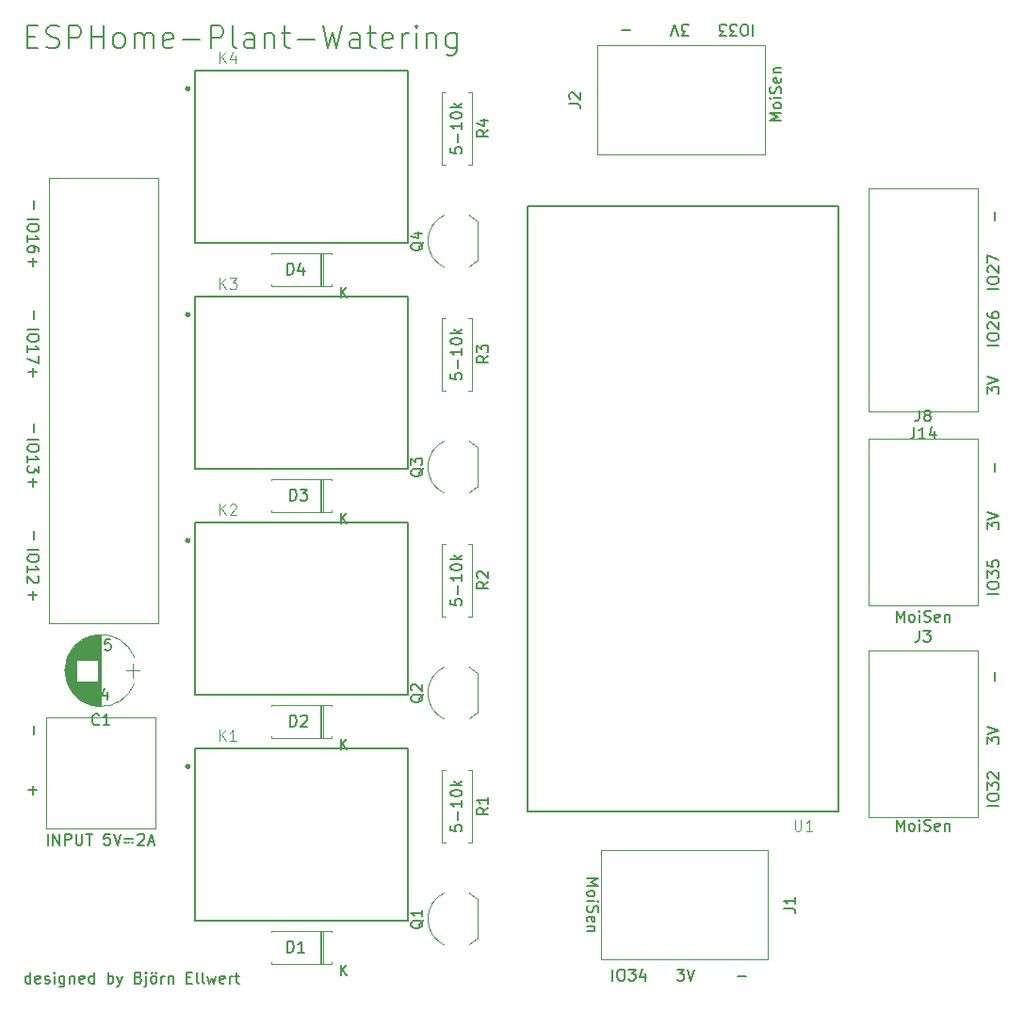
<source format=gbr>
%TF.GenerationSoftware,KiCad,Pcbnew,(5.1.7)-1*%
%TF.CreationDate,2021-01-27T22:35:06+01:00*%
%TF.ProjectId,plant-watering,706c616e-742d-4776-9174-6572696e672e,rev?*%
%TF.SameCoordinates,Original*%
%TF.FileFunction,Legend,Top*%
%TF.FilePolarity,Positive*%
%FSLAX46Y46*%
G04 Gerber Fmt 4.6, Leading zero omitted, Abs format (unit mm)*
G04 Created by KiCad (PCBNEW (5.1.7)-1) date 2021-01-27 22:35:06*
%MOMM*%
%LPD*%
G01*
G04 APERTURE LIST*
%ADD10C,0.150000*%
%ADD11C,0.120000*%
%ADD12C,0.127000*%
%ADD13C,0.300000*%
%ADD14C,0.015000*%
G04 APERTURE END LIST*
D10*
X84637619Y-51101809D02*
X85637619Y-51101809D01*
X85637619Y-51768476D02*
X85637619Y-51958952D01*
X85590000Y-52054190D01*
X85494761Y-52149428D01*
X85304285Y-52197047D01*
X84970952Y-52197047D01*
X84780476Y-52149428D01*
X84685238Y-52054190D01*
X84637619Y-51958952D01*
X84637619Y-51768476D01*
X84685238Y-51673238D01*
X84780476Y-51578000D01*
X84970952Y-51530380D01*
X85304285Y-51530380D01*
X85494761Y-51578000D01*
X85590000Y-51673238D01*
X85637619Y-51768476D01*
X84637619Y-53149428D02*
X84637619Y-52578000D01*
X84637619Y-52863714D02*
X85637619Y-52863714D01*
X85494761Y-52768476D01*
X85399523Y-52673238D01*
X85351904Y-52578000D01*
X85637619Y-53482761D02*
X85637619Y-54149428D01*
X84637619Y-53720857D01*
X84637619Y-41195809D02*
X85637619Y-41195809D01*
X85637619Y-41862476D02*
X85637619Y-42052952D01*
X85590000Y-42148190D01*
X85494761Y-42243428D01*
X85304285Y-42291047D01*
X84970952Y-42291047D01*
X84780476Y-42243428D01*
X84685238Y-42148190D01*
X84637619Y-42052952D01*
X84637619Y-41862476D01*
X84685238Y-41767238D01*
X84780476Y-41672000D01*
X84970952Y-41624380D01*
X85304285Y-41624380D01*
X85494761Y-41672000D01*
X85590000Y-41767238D01*
X85637619Y-41862476D01*
X84637619Y-43243428D02*
X84637619Y-42672000D01*
X84637619Y-42957714D02*
X85637619Y-42957714D01*
X85494761Y-42862476D01*
X85399523Y-42767238D01*
X85351904Y-42672000D01*
X85637619Y-44100571D02*
X85637619Y-43910095D01*
X85590000Y-43814857D01*
X85542380Y-43767238D01*
X85399523Y-43672000D01*
X85209047Y-43624380D01*
X84828095Y-43624380D01*
X84732857Y-43672000D01*
X84685238Y-43719619D01*
X84637619Y-43814857D01*
X84637619Y-44005333D01*
X84685238Y-44100571D01*
X84732857Y-44148190D01*
X84828095Y-44195809D01*
X85066190Y-44195809D01*
X85161428Y-44148190D01*
X85209047Y-44100571D01*
X85256666Y-44005333D01*
X85256666Y-43814857D01*
X85209047Y-43719619D01*
X85161428Y-43672000D01*
X85066190Y-43624380D01*
X84637619Y-61007809D02*
X85637619Y-61007809D01*
X85637619Y-61674476D02*
X85637619Y-61864952D01*
X85590000Y-61960190D01*
X85494761Y-62055428D01*
X85304285Y-62103047D01*
X84970952Y-62103047D01*
X84780476Y-62055428D01*
X84685238Y-61960190D01*
X84637619Y-61864952D01*
X84637619Y-61674476D01*
X84685238Y-61579238D01*
X84780476Y-61484000D01*
X84970952Y-61436380D01*
X85304285Y-61436380D01*
X85494761Y-61484000D01*
X85590000Y-61579238D01*
X85637619Y-61674476D01*
X84637619Y-63055428D02*
X84637619Y-62484000D01*
X84637619Y-62769714D02*
X85637619Y-62769714D01*
X85494761Y-62674476D01*
X85399523Y-62579238D01*
X85351904Y-62484000D01*
X85637619Y-63388761D02*
X85637619Y-64007809D01*
X85256666Y-63674476D01*
X85256666Y-63817333D01*
X85209047Y-63912571D01*
X85161428Y-63960190D01*
X85066190Y-64007809D01*
X84828095Y-64007809D01*
X84732857Y-63960190D01*
X84685238Y-63912571D01*
X84637619Y-63817333D01*
X84637619Y-63531619D01*
X84685238Y-63436380D01*
X84732857Y-63388761D01*
X84637619Y-70913809D02*
X85637619Y-70913809D01*
X85637619Y-71580476D02*
X85637619Y-71770952D01*
X85590000Y-71866190D01*
X85494761Y-71961428D01*
X85304285Y-72009047D01*
X84970952Y-72009047D01*
X84780476Y-71961428D01*
X84685238Y-71866190D01*
X84637619Y-71770952D01*
X84637619Y-71580476D01*
X84685238Y-71485238D01*
X84780476Y-71390000D01*
X84970952Y-71342380D01*
X85304285Y-71342380D01*
X85494761Y-71390000D01*
X85590000Y-71485238D01*
X85637619Y-71580476D01*
X84637619Y-72961428D02*
X84637619Y-72390000D01*
X84637619Y-72675714D02*
X85637619Y-72675714D01*
X85494761Y-72580476D01*
X85399523Y-72485238D01*
X85351904Y-72390000D01*
X85542380Y-73342380D02*
X85590000Y-73390000D01*
X85637619Y-73485238D01*
X85637619Y-73723333D01*
X85590000Y-73818571D01*
X85542380Y-73866190D01*
X85447142Y-73913809D01*
X85351904Y-73913809D01*
X85209047Y-73866190D01*
X84637619Y-73294761D01*
X84637619Y-73913809D01*
X84884761Y-109926380D02*
X84884761Y-108926380D01*
X84884761Y-109878761D02*
X84789523Y-109926380D01*
X84599047Y-109926380D01*
X84503809Y-109878761D01*
X84456190Y-109831142D01*
X84408571Y-109735904D01*
X84408571Y-109450190D01*
X84456190Y-109354952D01*
X84503809Y-109307333D01*
X84599047Y-109259714D01*
X84789523Y-109259714D01*
X84884761Y-109307333D01*
X85741904Y-109878761D02*
X85646666Y-109926380D01*
X85456190Y-109926380D01*
X85360952Y-109878761D01*
X85313333Y-109783523D01*
X85313333Y-109402571D01*
X85360952Y-109307333D01*
X85456190Y-109259714D01*
X85646666Y-109259714D01*
X85741904Y-109307333D01*
X85789523Y-109402571D01*
X85789523Y-109497809D01*
X85313333Y-109593047D01*
X86170476Y-109878761D02*
X86265714Y-109926380D01*
X86456190Y-109926380D01*
X86551428Y-109878761D01*
X86599047Y-109783523D01*
X86599047Y-109735904D01*
X86551428Y-109640666D01*
X86456190Y-109593047D01*
X86313333Y-109593047D01*
X86218095Y-109545428D01*
X86170476Y-109450190D01*
X86170476Y-109402571D01*
X86218095Y-109307333D01*
X86313333Y-109259714D01*
X86456190Y-109259714D01*
X86551428Y-109307333D01*
X87027619Y-109926380D02*
X87027619Y-109259714D01*
X87027619Y-108926380D02*
X86980000Y-108974000D01*
X87027619Y-109021619D01*
X87075238Y-108974000D01*
X87027619Y-108926380D01*
X87027619Y-109021619D01*
X87932380Y-109259714D02*
X87932380Y-110069238D01*
X87884761Y-110164476D01*
X87837142Y-110212095D01*
X87741904Y-110259714D01*
X87599047Y-110259714D01*
X87503809Y-110212095D01*
X87932380Y-109878761D02*
X87837142Y-109926380D01*
X87646666Y-109926380D01*
X87551428Y-109878761D01*
X87503809Y-109831142D01*
X87456190Y-109735904D01*
X87456190Y-109450190D01*
X87503809Y-109354952D01*
X87551428Y-109307333D01*
X87646666Y-109259714D01*
X87837142Y-109259714D01*
X87932380Y-109307333D01*
X88408571Y-109259714D02*
X88408571Y-109926380D01*
X88408571Y-109354952D02*
X88456190Y-109307333D01*
X88551428Y-109259714D01*
X88694285Y-109259714D01*
X88789523Y-109307333D01*
X88837142Y-109402571D01*
X88837142Y-109926380D01*
X89694285Y-109878761D02*
X89599047Y-109926380D01*
X89408571Y-109926380D01*
X89313333Y-109878761D01*
X89265714Y-109783523D01*
X89265714Y-109402571D01*
X89313333Y-109307333D01*
X89408571Y-109259714D01*
X89599047Y-109259714D01*
X89694285Y-109307333D01*
X89741904Y-109402571D01*
X89741904Y-109497809D01*
X89265714Y-109593047D01*
X90599047Y-109926380D02*
X90599047Y-108926380D01*
X90599047Y-109878761D02*
X90503809Y-109926380D01*
X90313333Y-109926380D01*
X90218095Y-109878761D01*
X90170476Y-109831142D01*
X90122857Y-109735904D01*
X90122857Y-109450190D01*
X90170476Y-109354952D01*
X90218095Y-109307333D01*
X90313333Y-109259714D01*
X90503809Y-109259714D01*
X90599047Y-109307333D01*
X91837142Y-109926380D02*
X91837142Y-108926380D01*
X91837142Y-109307333D02*
X91932380Y-109259714D01*
X92122857Y-109259714D01*
X92218095Y-109307333D01*
X92265714Y-109354952D01*
X92313333Y-109450190D01*
X92313333Y-109735904D01*
X92265714Y-109831142D01*
X92218095Y-109878761D01*
X92122857Y-109926380D01*
X91932380Y-109926380D01*
X91837142Y-109878761D01*
X92646666Y-109259714D02*
X92884761Y-109926380D01*
X93122857Y-109259714D02*
X92884761Y-109926380D01*
X92789523Y-110164476D01*
X92741904Y-110212095D01*
X92646666Y-110259714D01*
X94599047Y-109402571D02*
X94741904Y-109450190D01*
X94789523Y-109497809D01*
X94837142Y-109593047D01*
X94837142Y-109735904D01*
X94789523Y-109831142D01*
X94741904Y-109878761D01*
X94646666Y-109926380D01*
X94265714Y-109926380D01*
X94265714Y-108926380D01*
X94599047Y-108926380D01*
X94694285Y-108974000D01*
X94741904Y-109021619D01*
X94789523Y-109116857D01*
X94789523Y-109212095D01*
X94741904Y-109307333D01*
X94694285Y-109354952D01*
X94599047Y-109402571D01*
X94265714Y-109402571D01*
X95265714Y-109259714D02*
X95265714Y-110116857D01*
X95218095Y-110212095D01*
X95122857Y-110259714D01*
X95075238Y-110259714D01*
X95265714Y-108926380D02*
X95218095Y-108974000D01*
X95265714Y-109021619D01*
X95313333Y-108974000D01*
X95265714Y-108926380D01*
X95265714Y-109021619D01*
X95884761Y-109926380D02*
X95789523Y-109878761D01*
X95741904Y-109831142D01*
X95694285Y-109735904D01*
X95694285Y-109450190D01*
X95741904Y-109354952D01*
X95789523Y-109307333D01*
X95884761Y-109259714D01*
X96027619Y-109259714D01*
X96122857Y-109307333D01*
X96170476Y-109354952D01*
X96218095Y-109450190D01*
X96218095Y-109735904D01*
X96170476Y-109831142D01*
X96122857Y-109878761D01*
X96027619Y-109926380D01*
X95884761Y-109926380D01*
X95789523Y-108926380D02*
X95837142Y-108974000D01*
X95789523Y-109021619D01*
X95741904Y-108974000D01*
X95789523Y-108926380D01*
X95789523Y-109021619D01*
X96170476Y-108926380D02*
X96218095Y-108974000D01*
X96170476Y-109021619D01*
X96122857Y-108974000D01*
X96170476Y-108926380D01*
X96170476Y-109021619D01*
X96646666Y-109926380D02*
X96646666Y-109259714D01*
X96646666Y-109450190D02*
X96694285Y-109354952D01*
X96741904Y-109307333D01*
X96837142Y-109259714D01*
X96932380Y-109259714D01*
X97265714Y-109259714D02*
X97265714Y-109926380D01*
X97265714Y-109354952D02*
X97313333Y-109307333D01*
X97408571Y-109259714D01*
X97551428Y-109259714D01*
X97646666Y-109307333D01*
X97694285Y-109402571D01*
X97694285Y-109926380D01*
X98932380Y-109402571D02*
X99265714Y-109402571D01*
X99408571Y-109926380D02*
X98932380Y-109926380D01*
X98932380Y-108926380D01*
X99408571Y-108926380D01*
X99980000Y-109926380D02*
X99884761Y-109878761D01*
X99837142Y-109783523D01*
X99837142Y-108926380D01*
X100503809Y-109926380D02*
X100408571Y-109878761D01*
X100360952Y-109783523D01*
X100360952Y-108926380D01*
X100789523Y-109259714D02*
X100980000Y-109926380D01*
X101170476Y-109450190D01*
X101360952Y-109926380D01*
X101551428Y-109259714D01*
X102313333Y-109878761D02*
X102218095Y-109926380D01*
X102027619Y-109926380D01*
X101932380Y-109878761D01*
X101884761Y-109783523D01*
X101884761Y-109402571D01*
X101932380Y-109307333D01*
X102027619Y-109259714D01*
X102218095Y-109259714D01*
X102313333Y-109307333D01*
X102360952Y-109402571D01*
X102360952Y-109497809D01*
X101884761Y-109593047D01*
X102789523Y-109926380D02*
X102789523Y-109259714D01*
X102789523Y-109450190D02*
X102837142Y-109354952D01*
X102884761Y-109307333D01*
X102980000Y-109259714D01*
X103075238Y-109259714D01*
X103265714Y-109259714D02*
X103646666Y-109259714D01*
X103408571Y-108926380D02*
X103408571Y-109783523D01*
X103456190Y-109878761D01*
X103551428Y-109926380D01*
X103646666Y-109926380D01*
X84600285Y-24749142D02*
X85266952Y-24749142D01*
X85552666Y-25796761D02*
X84600285Y-25796761D01*
X84600285Y-23796761D01*
X85552666Y-23796761D01*
X86314571Y-25701523D02*
X86600285Y-25796761D01*
X87076476Y-25796761D01*
X87266952Y-25701523D01*
X87362190Y-25606285D01*
X87457428Y-25415809D01*
X87457428Y-25225333D01*
X87362190Y-25034857D01*
X87266952Y-24939619D01*
X87076476Y-24844380D01*
X86695523Y-24749142D01*
X86505047Y-24653904D01*
X86409809Y-24558666D01*
X86314571Y-24368190D01*
X86314571Y-24177714D01*
X86409809Y-23987238D01*
X86505047Y-23892000D01*
X86695523Y-23796761D01*
X87171714Y-23796761D01*
X87457428Y-23892000D01*
X88314571Y-25796761D02*
X88314571Y-23796761D01*
X89076476Y-23796761D01*
X89266952Y-23892000D01*
X89362190Y-23987238D01*
X89457428Y-24177714D01*
X89457428Y-24463428D01*
X89362190Y-24653904D01*
X89266952Y-24749142D01*
X89076476Y-24844380D01*
X88314571Y-24844380D01*
X90314571Y-25796761D02*
X90314571Y-23796761D01*
X90314571Y-24749142D02*
X91457428Y-24749142D01*
X91457428Y-25796761D02*
X91457428Y-23796761D01*
X92695523Y-25796761D02*
X92505047Y-25701523D01*
X92409809Y-25606285D01*
X92314571Y-25415809D01*
X92314571Y-24844380D01*
X92409809Y-24653904D01*
X92505047Y-24558666D01*
X92695523Y-24463428D01*
X92981238Y-24463428D01*
X93171714Y-24558666D01*
X93266952Y-24653904D01*
X93362190Y-24844380D01*
X93362190Y-25415809D01*
X93266952Y-25606285D01*
X93171714Y-25701523D01*
X92981238Y-25796761D01*
X92695523Y-25796761D01*
X94219333Y-25796761D02*
X94219333Y-24463428D01*
X94219333Y-24653904D02*
X94314571Y-24558666D01*
X94505047Y-24463428D01*
X94790761Y-24463428D01*
X94981238Y-24558666D01*
X95076476Y-24749142D01*
X95076476Y-25796761D01*
X95076476Y-24749142D02*
X95171714Y-24558666D01*
X95362190Y-24463428D01*
X95647904Y-24463428D01*
X95838380Y-24558666D01*
X95933619Y-24749142D01*
X95933619Y-25796761D01*
X97647904Y-25701523D02*
X97457428Y-25796761D01*
X97076476Y-25796761D01*
X96886000Y-25701523D01*
X96790761Y-25511047D01*
X96790761Y-24749142D01*
X96886000Y-24558666D01*
X97076476Y-24463428D01*
X97457428Y-24463428D01*
X97647904Y-24558666D01*
X97743142Y-24749142D01*
X97743142Y-24939619D01*
X96790761Y-25130095D01*
X98600285Y-25034857D02*
X100124095Y-25034857D01*
X101076476Y-25796761D02*
X101076476Y-23796761D01*
X101838380Y-23796761D01*
X102028857Y-23892000D01*
X102124095Y-23987238D01*
X102219333Y-24177714D01*
X102219333Y-24463428D01*
X102124095Y-24653904D01*
X102028857Y-24749142D01*
X101838380Y-24844380D01*
X101076476Y-24844380D01*
X103362190Y-25796761D02*
X103171714Y-25701523D01*
X103076476Y-25511047D01*
X103076476Y-23796761D01*
X104981238Y-25796761D02*
X104981238Y-24749142D01*
X104886000Y-24558666D01*
X104695523Y-24463428D01*
X104314571Y-24463428D01*
X104124095Y-24558666D01*
X104981238Y-25701523D02*
X104790761Y-25796761D01*
X104314571Y-25796761D01*
X104124095Y-25701523D01*
X104028857Y-25511047D01*
X104028857Y-25320571D01*
X104124095Y-25130095D01*
X104314571Y-25034857D01*
X104790761Y-25034857D01*
X104981238Y-24939619D01*
X105933619Y-24463428D02*
X105933619Y-25796761D01*
X105933619Y-24653904D02*
X106028857Y-24558666D01*
X106219333Y-24463428D01*
X106505047Y-24463428D01*
X106695523Y-24558666D01*
X106790761Y-24749142D01*
X106790761Y-25796761D01*
X107457428Y-24463428D02*
X108219333Y-24463428D01*
X107743142Y-23796761D02*
X107743142Y-25511047D01*
X107838380Y-25701523D01*
X108028857Y-25796761D01*
X108219333Y-25796761D01*
X108886000Y-25034857D02*
X110409809Y-25034857D01*
X111171714Y-23796761D02*
X111647904Y-25796761D01*
X112028857Y-24368190D01*
X112409809Y-25796761D01*
X112886000Y-23796761D01*
X114505047Y-25796761D02*
X114505047Y-24749142D01*
X114409809Y-24558666D01*
X114219333Y-24463428D01*
X113838380Y-24463428D01*
X113647904Y-24558666D01*
X114505047Y-25701523D02*
X114314571Y-25796761D01*
X113838380Y-25796761D01*
X113647904Y-25701523D01*
X113552666Y-25511047D01*
X113552666Y-25320571D01*
X113647904Y-25130095D01*
X113838380Y-25034857D01*
X114314571Y-25034857D01*
X114505047Y-24939619D01*
X115171714Y-24463428D02*
X115933619Y-24463428D01*
X115457428Y-23796761D02*
X115457428Y-25511047D01*
X115552666Y-25701523D01*
X115743142Y-25796761D01*
X115933619Y-25796761D01*
X117362190Y-25701523D02*
X117171714Y-25796761D01*
X116790761Y-25796761D01*
X116600285Y-25701523D01*
X116505047Y-25511047D01*
X116505047Y-24749142D01*
X116600285Y-24558666D01*
X116790761Y-24463428D01*
X117171714Y-24463428D01*
X117362190Y-24558666D01*
X117457428Y-24749142D01*
X117457428Y-24939619D01*
X116505047Y-25130095D01*
X118314571Y-25796761D02*
X118314571Y-24463428D01*
X118314571Y-24844380D02*
X118409809Y-24653904D01*
X118505047Y-24558666D01*
X118695523Y-24463428D01*
X118886000Y-24463428D01*
X119552666Y-25796761D02*
X119552666Y-24463428D01*
X119552666Y-23796761D02*
X119457428Y-23892000D01*
X119552666Y-23987238D01*
X119647904Y-23892000D01*
X119552666Y-23796761D01*
X119552666Y-23987238D01*
X120505047Y-24463428D02*
X120505047Y-25796761D01*
X120505047Y-24653904D02*
X120600285Y-24558666D01*
X120790761Y-24463428D01*
X121076476Y-24463428D01*
X121266952Y-24558666D01*
X121362190Y-24749142D01*
X121362190Y-25796761D01*
X123171714Y-24463428D02*
X123171714Y-26082476D01*
X123076476Y-26272952D01*
X122981238Y-26368190D01*
X122790761Y-26463428D01*
X122505047Y-26463428D01*
X122314571Y-26368190D01*
X123171714Y-25701523D02*
X122981238Y-25796761D01*
X122600285Y-25796761D01*
X122409809Y-25701523D01*
X122314571Y-25606285D01*
X122219333Y-25415809D01*
X122219333Y-24844380D01*
X122314571Y-24653904D01*
X122409809Y-24558666D01*
X122600285Y-24463428D01*
X122981238Y-24463428D01*
X123171714Y-24558666D01*
X137207809Y-109672380D02*
X137207809Y-108672380D01*
X137874476Y-108672380D02*
X138064952Y-108672380D01*
X138160190Y-108720000D01*
X138255428Y-108815238D01*
X138303047Y-109005714D01*
X138303047Y-109339047D01*
X138255428Y-109529523D01*
X138160190Y-109624761D01*
X138064952Y-109672380D01*
X137874476Y-109672380D01*
X137779238Y-109624761D01*
X137684000Y-109529523D01*
X137636380Y-109339047D01*
X137636380Y-109005714D01*
X137684000Y-108815238D01*
X137779238Y-108720000D01*
X137874476Y-108672380D01*
X138636380Y-108672380D02*
X139255428Y-108672380D01*
X138922095Y-109053333D01*
X139064952Y-109053333D01*
X139160190Y-109100952D01*
X139207809Y-109148571D01*
X139255428Y-109243809D01*
X139255428Y-109481904D01*
X139207809Y-109577142D01*
X139160190Y-109624761D01*
X139064952Y-109672380D01*
X138779238Y-109672380D01*
X138684000Y-109624761D01*
X138636380Y-109577142D01*
X140112571Y-109005714D02*
X140112571Y-109672380D01*
X139874476Y-108624761D02*
X139636380Y-109339047D01*
X140255428Y-109339047D01*
X171902380Y-93932190D02*
X170902380Y-93932190D01*
X170902380Y-93265523D02*
X170902380Y-93075047D01*
X170950000Y-92979809D01*
X171045238Y-92884571D01*
X171235714Y-92836952D01*
X171569047Y-92836952D01*
X171759523Y-92884571D01*
X171854761Y-92979809D01*
X171902380Y-93075047D01*
X171902380Y-93265523D01*
X171854761Y-93360761D01*
X171759523Y-93456000D01*
X171569047Y-93503619D01*
X171235714Y-93503619D01*
X171045238Y-93456000D01*
X170950000Y-93360761D01*
X170902380Y-93265523D01*
X170902380Y-92503619D02*
X170902380Y-91884571D01*
X171283333Y-92217904D01*
X171283333Y-92075047D01*
X171330952Y-91979809D01*
X171378571Y-91932190D01*
X171473809Y-91884571D01*
X171711904Y-91884571D01*
X171807142Y-91932190D01*
X171854761Y-91979809D01*
X171902380Y-92075047D01*
X171902380Y-92360761D01*
X171854761Y-92456000D01*
X171807142Y-92503619D01*
X170997619Y-91503619D02*
X170950000Y-91456000D01*
X170902380Y-91360761D01*
X170902380Y-91122666D01*
X170950000Y-91027428D01*
X170997619Y-90979809D01*
X171092857Y-90932190D01*
X171188095Y-90932190D01*
X171330952Y-90979809D01*
X171902380Y-91551238D01*
X171902380Y-90932190D01*
X171902380Y-74882190D02*
X170902380Y-74882190D01*
X170902380Y-74215523D02*
X170902380Y-74025047D01*
X170950000Y-73929809D01*
X171045238Y-73834571D01*
X171235714Y-73786952D01*
X171569047Y-73786952D01*
X171759523Y-73834571D01*
X171854761Y-73929809D01*
X171902380Y-74025047D01*
X171902380Y-74215523D01*
X171854761Y-74310761D01*
X171759523Y-74406000D01*
X171569047Y-74453619D01*
X171235714Y-74453619D01*
X171045238Y-74406000D01*
X170950000Y-74310761D01*
X170902380Y-74215523D01*
X170902380Y-73453619D02*
X170902380Y-72834571D01*
X171283333Y-73167904D01*
X171283333Y-73025047D01*
X171330952Y-72929809D01*
X171378571Y-72882190D01*
X171473809Y-72834571D01*
X171711904Y-72834571D01*
X171807142Y-72882190D01*
X171854761Y-72929809D01*
X171902380Y-73025047D01*
X171902380Y-73310761D01*
X171854761Y-73406000D01*
X171807142Y-73453619D01*
X170902380Y-71929809D02*
X170902380Y-72406000D01*
X171378571Y-72453619D01*
X171330952Y-72406000D01*
X171283333Y-72310761D01*
X171283333Y-72072666D01*
X171330952Y-71977428D01*
X171378571Y-71929809D01*
X171473809Y-71882190D01*
X171711904Y-71882190D01*
X171807142Y-71929809D01*
X171854761Y-71977428D01*
X171902380Y-72072666D01*
X171902380Y-72310761D01*
X171854761Y-72406000D01*
X171807142Y-72453619D01*
X171902380Y-52530190D02*
X170902380Y-52530190D01*
X170902380Y-51863523D02*
X170902380Y-51673047D01*
X170950000Y-51577809D01*
X171045238Y-51482571D01*
X171235714Y-51434952D01*
X171569047Y-51434952D01*
X171759523Y-51482571D01*
X171854761Y-51577809D01*
X171902380Y-51673047D01*
X171902380Y-51863523D01*
X171854761Y-51958761D01*
X171759523Y-52054000D01*
X171569047Y-52101619D01*
X171235714Y-52101619D01*
X171045238Y-52054000D01*
X170950000Y-51958761D01*
X170902380Y-51863523D01*
X170997619Y-51054000D02*
X170950000Y-51006380D01*
X170902380Y-50911142D01*
X170902380Y-50673047D01*
X170950000Y-50577809D01*
X170997619Y-50530190D01*
X171092857Y-50482571D01*
X171188095Y-50482571D01*
X171330952Y-50530190D01*
X171902380Y-51101619D01*
X171902380Y-50482571D01*
X170902380Y-49625428D02*
X170902380Y-49815904D01*
X170950000Y-49911142D01*
X170997619Y-49958761D01*
X171140476Y-50054000D01*
X171330952Y-50101619D01*
X171711904Y-50101619D01*
X171807142Y-50054000D01*
X171854761Y-50006380D01*
X171902380Y-49911142D01*
X171902380Y-49720666D01*
X171854761Y-49625428D01*
X171807142Y-49577809D01*
X171711904Y-49530190D01*
X171473809Y-49530190D01*
X171378571Y-49577809D01*
X171330952Y-49625428D01*
X171283333Y-49720666D01*
X171283333Y-49911142D01*
X171330952Y-50006380D01*
X171378571Y-50054000D01*
X171473809Y-50101619D01*
X171902380Y-47450190D02*
X170902380Y-47450190D01*
X170902380Y-46783523D02*
X170902380Y-46593047D01*
X170950000Y-46497809D01*
X171045238Y-46402571D01*
X171235714Y-46354952D01*
X171569047Y-46354952D01*
X171759523Y-46402571D01*
X171854761Y-46497809D01*
X171902380Y-46593047D01*
X171902380Y-46783523D01*
X171854761Y-46878761D01*
X171759523Y-46974000D01*
X171569047Y-47021619D01*
X171235714Y-47021619D01*
X171045238Y-46974000D01*
X170950000Y-46878761D01*
X170902380Y-46783523D01*
X170997619Y-45974000D02*
X170950000Y-45926380D01*
X170902380Y-45831142D01*
X170902380Y-45593047D01*
X170950000Y-45497809D01*
X170997619Y-45450190D01*
X171092857Y-45402571D01*
X171188095Y-45402571D01*
X171330952Y-45450190D01*
X171902380Y-46021619D01*
X171902380Y-45402571D01*
X170902380Y-45069238D02*
X170902380Y-44402571D01*
X171902380Y-44831142D01*
X149812190Y-23677619D02*
X149812190Y-24677619D01*
X149145523Y-24677619D02*
X148955047Y-24677619D01*
X148859809Y-24630000D01*
X148764571Y-24534761D01*
X148716952Y-24344285D01*
X148716952Y-24010952D01*
X148764571Y-23820476D01*
X148859809Y-23725238D01*
X148955047Y-23677619D01*
X149145523Y-23677619D01*
X149240761Y-23725238D01*
X149336000Y-23820476D01*
X149383619Y-24010952D01*
X149383619Y-24344285D01*
X149336000Y-24534761D01*
X149240761Y-24630000D01*
X149145523Y-24677619D01*
X148383619Y-24677619D02*
X147764571Y-24677619D01*
X148097904Y-24296666D01*
X147955047Y-24296666D01*
X147859809Y-24249047D01*
X147812190Y-24201428D01*
X147764571Y-24106190D01*
X147764571Y-23868095D01*
X147812190Y-23772857D01*
X147859809Y-23725238D01*
X147955047Y-23677619D01*
X148240761Y-23677619D01*
X148336000Y-23725238D01*
X148383619Y-23772857D01*
X147431238Y-24677619D02*
X146812190Y-24677619D01*
X147145523Y-24296666D01*
X147002666Y-24296666D01*
X146907428Y-24249047D01*
X146859809Y-24201428D01*
X146812190Y-24106190D01*
X146812190Y-23868095D01*
X146859809Y-23772857D01*
X146907428Y-23725238D01*
X147002666Y-23677619D01*
X147288380Y-23677619D01*
X147383619Y-23725238D01*
X147431238Y-23772857D01*
X143002095Y-108672380D02*
X143621142Y-108672380D01*
X143287809Y-109053333D01*
X143430666Y-109053333D01*
X143525904Y-109100952D01*
X143573523Y-109148571D01*
X143621142Y-109243809D01*
X143621142Y-109481904D01*
X143573523Y-109577142D01*
X143525904Y-109624761D01*
X143430666Y-109672380D01*
X143144952Y-109672380D01*
X143049714Y-109624761D01*
X143002095Y-109577142D01*
X143906857Y-108672380D02*
X144240190Y-109672380D01*
X144573523Y-108672380D01*
X170902380Y-88391904D02*
X170902380Y-87772857D01*
X171283333Y-88106190D01*
X171283333Y-87963333D01*
X171330952Y-87868095D01*
X171378571Y-87820476D01*
X171473809Y-87772857D01*
X171711904Y-87772857D01*
X171807142Y-87820476D01*
X171854761Y-87868095D01*
X171902380Y-87963333D01*
X171902380Y-88249047D01*
X171854761Y-88344285D01*
X171807142Y-88391904D01*
X170902380Y-87487142D02*
X171902380Y-87153809D01*
X170902380Y-86820476D01*
X170902380Y-69087904D02*
X170902380Y-68468857D01*
X171283333Y-68802190D01*
X171283333Y-68659333D01*
X171330952Y-68564095D01*
X171378571Y-68516476D01*
X171473809Y-68468857D01*
X171711904Y-68468857D01*
X171807142Y-68516476D01*
X171854761Y-68564095D01*
X171902380Y-68659333D01*
X171902380Y-68945047D01*
X171854761Y-69040285D01*
X171807142Y-69087904D01*
X170902380Y-68183142D02*
X171902380Y-67849809D01*
X170902380Y-67516476D01*
X170902380Y-56895904D02*
X170902380Y-56276857D01*
X171283333Y-56610190D01*
X171283333Y-56467333D01*
X171330952Y-56372095D01*
X171378571Y-56324476D01*
X171473809Y-56276857D01*
X171711904Y-56276857D01*
X171807142Y-56324476D01*
X171854761Y-56372095D01*
X171902380Y-56467333D01*
X171902380Y-56753047D01*
X171854761Y-56848285D01*
X171807142Y-56895904D01*
X170902380Y-55991142D02*
X171902380Y-55657809D01*
X170902380Y-55324476D01*
X144017904Y-24677619D02*
X143398857Y-24677619D01*
X143732190Y-24296666D01*
X143589333Y-24296666D01*
X143494095Y-24249047D01*
X143446476Y-24201428D01*
X143398857Y-24106190D01*
X143398857Y-23868095D01*
X143446476Y-23772857D01*
X143494095Y-23725238D01*
X143589333Y-23677619D01*
X143875047Y-23677619D01*
X143970285Y-23725238D01*
X144017904Y-23772857D01*
X143113142Y-24677619D02*
X142779809Y-23677619D01*
X142446476Y-24677619D01*
X84709047Y-45029428D02*
X85470952Y-45029428D01*
X85090000Y-45410380D02*
X85090000Y-44648476D01*
X84709047Y-54935428D02*
X85470952Y-54935428D01*
X85090000Y-55316380D02*
X85090000Y-54554476D01*
X84709047Y-64841428D02*
X85470952Y-64841428D01*
X85090000Y-65222380D02*
X85090000Y-64460476D01*
X84709047Y-75001428D02*
X85470952Y-75001428D01*
X85090000Y-75382380D02*
X85090000Y-74620476D01*
X84709047Y-92527428D02*
X85470952Y-92527428D01*
X85090000Y-92908380D02*
X85090000Y-92146476D01*
X86447904Y-97480380D02*
X86447904Y-96480380D01*
X86924095Y-97480380D02*
X86924095Y-96480380D01*
X87495523Y-97480380D01*
X87495523Y-96480380D01*
X87971714Y-97480380D02*
X87971714Y-96480380D01*
X88352666Y-96480380D01*
X88447904Y-96528000D01*
X88495523Y-96575619D01*
X88543142Y-96670857D01*
X88543142Y-96813714D01*
X88495523Y-96908952D01*
X88447904Y-96956571D01*
X88352666Y-97004190D01*
X87971714Y-97004190D01*
X88971714Y-96480380D02*
X88971714Y-97289904D01*
X89019333Y-97385142D01*
X89066952Y-97432761D01*
X89162190Y-97480380D01*
X89352666Y-97480380D01*
X89447904Y-97432761D01*
X89495523Y-97385142D01*
X89543142Y-97289904D01*
X89543142Y-96480380D01*
X89876476Y-96480380D02*
X90447904Y-96480380D01*
X90162190Y-97480380D02*
X90162190Y-96480380D01*
X92019333Y-96480380D02*
X91543142Y-96480380D01*
X91495523Y-96956571D01*
X91543142Y-96908952D01*
X91638380Y-96861333D01*
X91876476Y-96861333D01*
X91971714Y-96908952D01*
X92019333Y-96956571D01*
X92066952Y-97051809D01*
X92066952Y-97289904D01*
X92019333Y-97385142D01*
X91971714Y-97432761D01*
X91876476Y-97480380D01*
X91638380Y-97480380D01*
X91543142Y-97432761D01*
X91495523Y-97385142D01*
X92352666Y-96480380D02*
X92686000Y-97480380D01*
X93019333Y-96480380D01*
X93352666Y-97242285D02*
X93447904Y-97242285D01*
X93352666Y-96956571D02*
X94114571Y-96956571D01*
X93686000Y-97242285D02*
X93781238Y-97242285D01*
X94019333Y-97242285D02*
X94114571Y-97242285D01*
X94543142Y-96575619D02*
X94590761Y-96528000D01*
X94686000Y-96480380D01*
X94924095Y-96480380D01*
X95019333Y-96528000D01*
X95066952Y-96575619D01*
X95114571Y-96670857D01*
X95114571Y-96766095D01*
X95066952Y-96908952D01*
X94495523Y-97480380D01*
X95114571Y-97480380D01*
X95495523Y-97194666D02*
X95971714Y-97194666D01*
X95400285Y-97480380D02*
X95733619Y-96480380D01*
X96066952Y-97480380D01*
X85161428Y-87502952D02*
X85161428Y-86741047D01*
X85161428Y-69976952D02*
X85161428Y-69215047D01*
X85161428Y-60324952D02*
X85161428Y-59563047D01*
X85161428Y-50164952D02*
X85161428Y-49403047D01*
X85161428Y-40258952D02*
X85161428Y-39497047D01*
X138049047Y-24201428D02*
X138810952Y-24201428D01*
X148463047Y-109291428D02*
X149224952Y-109291428D01*
X171521428Y-82676952D02*
X171521428Y-81915047D01*
X171521428Y-63880952D02*
X171521428Y-63119047D01*
X171521428Y-41274952D02*
X171521428Y-40513047D01*
X134929619Y-100489047D02*
X135929619Y-100489047D01*
X135215333Y-100822380D01*
X135929619Y-101155714D01*
X134929619Y-101155714D01*
X134929619Y-101774761D02*
X134977238Y-101679523D01*
X135024857Y-101631904D01*
X135120095Y-101584285D01*
X135405809Y-101584285D01*
X135501047Y-101631904D01*
X135548666Y-101679523D01*
X135596285Y-101774761D01*
X135596285Y-101917619D01*
X135548666Y-102012857D01*
X135501047Y-102060476D01*
X135405809Y-102108095D01*
X135120095Y-102108095D01*
X135024857Y-102060476D01*
X134977238Y-102012857D01*
X134929619Y-101917619D01*
X134929619Y-101774761D01*
X134929619Y-102536666D02*
X135596285Y-102536666D01*
X135929619Y-102536666D02*
X135882000Y-102489047D01*
X135834380Y-102536666D01*
X135882000Y-102584285D01*
X135929619Y-102536666D01*
X135834380Y-102536666D01*
X134977238Y-102965238D02*
X134929619Y-103108095D01*
X134929619Y-103346190D01*
X134977238Y-103441428D01*
X135024857Y-103489047D01*
X135120095Y-103536666D01*
X135215333Y-103536666D01*
X135310571Y-103489047D01*
X135358190Y-103441428D01*
X135405809Y-103346190D01*
X135453428Y-103155714D01*
X135501047Y-103060476D01*
X135548666Y-103012857D01*
X135643904Y-102965238D01*
X135739142Y-102965238D01*
X135834380Y-103012857D01*
X135882000Y-103060476D01*
X135929619Y-103155714D01*
X135929619Y-103393809D01*
X135882000Y-103536666D01*
X134977238Y-104346190D02*
X134929619Y-104250952D01*
X134929619Y-104060476D01*
X134977238Y-103965238D01*
X135072476Y-103917619D01*
X135453428Y-103917619D01*
X135548666Y-103965238D01*
X135596285Y-104060476D01*
X135596285Y-104250952D01*
X135548666Y-104346190D01*
X135453428Y-104393809D01*
X135358190Y-104393809D01*
X135262952Y-103917619D01*
X135596285Y-104822380D02*
X134929619Y-104822380D01*
X135501047Y-104822380D02*
X135548666Y-104870000D01*
X135596285Y-104965238D01*
X135596285Y-105108095D01*
X135548666Y-105203333D01*
X135453428Y-105250952D01*
X134929619Y-105250952D01*
X162719047Y-96210380D02*
X162719047Y-95210380D01*
X163052380Y-95924666D01*
X163385714Y-95210380D01*
X163385714Y-96210380D01*
X164004761Y-96210380D02*
X163909523Y-96162761D01*
X163861904Y-96115142D01*
X163814285Y-96019904D01*
X163814285Y-95734190D01*
X163861904Y-95638952D01*
X163909523Y-95591333D01*
X164004761Y-95543714D01*
X164147619Y-95543714D01*
X164242857Y-95591333D01*
X164290476Y-95638952D01*
X164338095Y-95734190D01*
X164338095Y-96019904D01*
X164290476Y-96115142D01*
X164242857Y-96162761D01*
X164147619Y-96210380D01*
X164004761Y-96210380D01*
X164766666Y-96210380D02*
X164766666Y-95543714D01*
X164766666Y-95210380D02*
X164719047Y-95258000D01*
X164766666Y-95305619D01*
X164814285Y-95258000D01*
X164766666Y-95210380D01*
X164766666Y-95305619D01*
X165195238Y-96162761D02*
X165338095Y-96210380D01*
X165576190Y-96210380D01*
X165671428Y-96162761D01*
X165719047Y-96115142D01*
X165766666Y-96019904D01*
X165766666Y-95924666D01*
X165719047Y-95829428D01*
X165671428Y-95781809D01*
X165576190Y-95734190D01*
X165385714Y-95686571D01*
X165290476Y-95638952D01*
X165242857Y-95591333D01*
X165195238Y-95496095D01*
X165195238Y-95400857D01*
X165242857Y-95305619D01*
X165290476Y-95258000D01*
X165385714Y-95210380D01*
X165623809Y-95210380D01*
X165766666Y-95258000D01*
X166576190Y-96162761D02*
X166480952Y-96210380D01*
X166290476Y-96210380D01*
X166195238Y-96162761D01*
X166147619Y-96067523D01*
X166147619Y-95686571D01*
X166195238Y-95591333D01*
X166290476Y-95543714D01*
X166480952Y-95543714D01*
X166576190Y-95591333D01*
X166623809Y-95686571D01*
X166623809Y-95781809D01*
X166147619Y-95877047D01*
X167052380Y-95543714D02*
X167052380Y-96210380D01*
X167052380Y-95638952D02*
X167100000Y-95591333D01*
X167195238Y-95543714D01*
X167338095Y-95543714D01*
X167433333Y-95591333D01*
X167480952Y-95686571D01*
X167480952Y-96210380D01*
X162719047Y-77414380D02*
X162719047Y-76414380D01*
X163052380Y-77128666D01*
X163385714Y-76414380D01*
X163385714Y-77414380D01*
X164004761Y-77414380D02*
X163909523Y-77366761D01*
X163861904Y-77319142D01*
X163814285Y-77223904D01*
X163814285Y-76938190D01*
X163861904Y-76842952D01*
X163909523Y-76795333D01*
X164004761Y-76747714D01*
X164147619Y-76747714D01*
X164242857Y-76795333D01*
X164290476Y-76842952D01*
X164338095Y-76938190D01*
X164338095Y-77223904D01*
X164290476Y-77319142D01*
X164242857Y-77366761D01*
X164147619Y-77414380D01*
X164004761Y-77414380D01*
X164766666Y-77414380D02*
X164766666Y-76747714D01*
X164766666Y-76414380D02*
X164719047Y-76462000D01*
X164766666Y-76509619D01*
X164814285Y-76462000D01*
X164766666Y-76414380D01*
X164766666Y-76509619D01*
X165195238Y-77366761D02*
X165338095Y-77414380D01*
X165576190Y-77414380D01*
X165671428Y-77366761D01*
X165719047Y-77319142D01*
X165766666Y-77223904D01*
X165766666Y-77128666D01*
X165719047Y-77033428D01*
X165671428Y-76985809D01*
X165576190Y-76938190D01*
X165385714Y-76890571D01*
X165290476Y-76842952D01*
X165242857Y-76795333D01*
X165195238Y-76700095D01*
X165195238Y-76604857D01*
X165242857Y-76509619D01*
X165290476Y-76462000D01*
X165385714Y-76414380D01*
X165623809Y-76414380D01*
X165766666Y-76462000D01*
X166576190Y-77366761D02*
X166480952Y-77414380D01*
X166290476Y-77414380D01*
X166195238Y-77366761D01*
X166147619Y-77271523D01*
X166147619Y-76890571D01*
X166195238Y-76795333D01*
X166290476Y-76747714D01*
X166480952Y-76747714D01*
X166576190Y-76795333D01*
X166623809Y-76890571D01*
X166623809Y-76985809D01*
X166147619Y-77081047D01*
X167052380Y-76747714D02*
X167052380Y-77414380D01*
X167052380Y-76842952D02*
X167100000Y-76795333D01*
X167195238Y-76747714D01*
X167338095Y-76747714D01*
X167433333Y-76795333D01*
X167480952Y-76890571D01*
X167480952Y-77414380D01*
X152344380Y-32352952D02*
X151344380Y-32352952D01*
X152058666Y-32019619D01*
X151344380Y-31686285D01*
X152344380Y-31686285D01*
X152344380Y-31067238D02*
X152296761Y-31162476D01*
X152249142Y-31210095D01*
X152153904Y-31257714D01*
X151868190Y-31257714D01*
X151772952Y-31210095D01*
X151725333Y-31162476D01*
X151677714Y-31067238D01*
X151677714Y-30924380D01*
X151725333Y-30829142D01*
X151772952Y-30781523D01*
X151868190Y-30733904D01*
X152153904Y-30733904D01*
X152249142Y-30781523D01*
X152296761Y-30829142D01*
X152344380Y-30924380D01*
X152344380Y-31067238D01*
X152344380Y-30305333D02*
X151677714Y-30305333D01*
X151344380Y-30305333D02*
X151392000Y-30352952D01*
X151439619Y-30305333D01*
X151392000Y-30257714D01*
X151344380Y-30305333D01*
X151439619Y-30305333D01*
X152296761Y-29876761D02*
X152344380Y-29733904D01*
X152344380Y-29495809D01*
X152296761Y-29400571D01*
X152249142Y-29352952D01*
X152153904Y-29305333D01*
X152058666Y-29305333D01*
X151963428Y-29352952D01*
X151915809Y-29400571D01*
X151868190Y-29495809D01*
X151820571Y-29686285D01*
X151772952Y-29781523D01*
X151725333Y-29829142D01*
X151630095Y-29876761D01*
X151534857Y-29876761D01*
X151439619Y-29829142D01*
X151392000Y-29781523D01*
X151344380Y-29686285D01*
X151344380Y-29448190D01*
X151392000Y-29305333D01*
X152296761Y-28495809D02*
X152344380Y-28591047D01*
X152344380Y-28781523D01*
X152296761Y-28876761D01*
X152201523Y-28924380D01*
X151820571Y-28924380D01*
X151725333Y-28876761D01*
X151677714Y-28781523D01*
X151677714Y-28591047D01*
X151725333Y-28495809D01*
X151820571Y-28448190D01*
X151915809Y-28448190D01*
X152011047Y-28924380D01*
X151677714Y-28019619D02*
X152344380Y-28019619D01*
X151772952Y-28019619D02*
X151725333Y-27972000D01*
X151677714Y-27876761D01*
X151677714Y-27733904D01*
X151725333Y-27638666D01*
X151820571Y-27591047D01*
X152344380Y-27591047D01*
X122642380Y-34758095D02*
X122642380Y-35234285D01*
X123118571Y-35281904D01*
X123070952Y-35234285D01*
X123023333Y-35139047D01*
X123023333Y-34900952D01*
X123070952Y-34805714D01*
X123118571Y-34758095D01*
X123213809Y-34710476D01*
X123451904Y-34710476D01*
X123547142Y-34758095D01*
X123594761Y-34805714D01*
X123642380Y-34900952D01*
X123642380Y-35139047D01*
X123594761Y-35234285D01*
X123547142Y-35281904D01*
X123261428Y-34281904D02*
X123261428Y-33520000D01*
X123642380Y-32520000D02*
X123642380Y-33091428D01*
X123642380Y-32805714D02*
X122642380Y-32805714D01*
X122785238Y-32900952D01*
X122880476Y-32996190D01*
X122928095Y-33091428D01*
X122642380Y-31900952D02*
X122642380Y-31805714D01*
X122690000Y-31710476D01*
X122737619Y-31662857D01*
X122832857Y-31615238D01*
X123023333Y-31567619D01*
X123261428Y-31567619D01*
X123451904Y-31615238D01*
X123547142Y-31662857D01*
X123594761Y-31710476D01*
X123642380Y-31805714D01*
X123642380Y-31900952D01*
X123594761Y-31996190D01*
X123547142Y-32043809D01*
X123451904Y-32091428D01*
X123261428Y-32139047D01*
X123023333Y-32139047D01*
X122832857Y-32091428D01*
X122737619Y-32043809D01*
X122690000Y-31996190D01*
X122642380Y-31900952D01*
X123642380Y-31139047D02*
X122642380Y-31139047D01*
X123261428Y-31043809D02*
X123642380Y-30758095D01*
X122975714Y-30758095D02*
X123356666Y-31139047D01*
X122642380Y-55078095D02*
X122642380Y-55554285D01*
X123118571Y-55601904D01*
X123070952Y-55554285D01*
X123023333Y-55459047D01*
X123023333Y-55220952D01*
X123070952Y-55125714D01*
X123118571Y-55078095D01*
X123213809Y-55030476D01*
X123451904Y-55030476D01*
X123547142Y-55078095D01*
X123594761Y-55125714D01*
X123642380Y-55220952D01*
X123642380Y-55459047D01*
X123594761Y-55554285D01*
X123547142Y-55601904D01*
X123261428Y-54601904D02*
X123261428Y-53840000D01*
X123642380Y-52840000D02*
X123642380Y-53411428D01*
X123642380Y-53125714D02*
X122642380Y-53125714D01*
X122785238Y-53220952D01*
X122880476Y-53316190D01*
X122928095Y-53411428D01*
X122642380Y-52220952D02*
X122642380Y-52125714D01*
X122690000Y-52030476D01*
X122737619Y-51982857D01*
X122832857Y-51935238D01*
X123023333Y-51887619D01*
X123261428Y-51887619D01*
X123451904Y-51935238D01*
X123547142Y-51982857D01*
X123594761Y-52030476D01*
X123642380Y-52125714D01*
X123642380Y-52220952D01*
X123594761Y-52316190D01*
X123547142Y-52363809D01*
X123451904Y-52411428D01*
X123261428Y-52459047D01*
X123023333Y-52459047D01*
X122832857Y-52411428D01*
X122737619Y-52363809D01*
X122690000Y-52316190D01*
X122642380Y-52220952D01*
X123642380Y-51459047D02*
X122642380Y-51459047D01*
X123261428Y-51363809D02*
X123642380Y-51078095D01*
X122975714Y-51078095D02*
X123356666Y-51459047D01*
X122642380Y-75398095D02*
X122642380Y-75874285D01*
X123118571Y-75921904D01*
X123070952Y-75874285D01*
X123023333Y-75779047D01*
X123023333Y-75540952D01*
X123070952Y-75445714D01*
X123118571Y-75398095D01*
X123213809Y-75350476D01*
X123451904Y-75350476D01*
X123547142Y-75398095D01*
X123594761Y-75445714D01*
X123642380Y-75540952D01*
X123642380Y-75779047D01*
X123594761Y-75874285D01*
X123547142Y-75921904D01*
X123261428Y-74921904D02*
X123261428Y-74160000D01*
X123642380Y-73160000D02*
X123642380Y-73731428D01*
X123642380Y-73445714D02*
X122642380Y-73445714D01*
X122785238Y-73540952D01*
X122880476Y-73636190D01*
X122928095Y-73731428D01*
X122642380Y-72540952D02*
X122642380Y-72445714D01*
X122690000Y-72350476D01*
X122737619Y-72302857D01*
X122832857Y-72255238D01*
X123023333Y-72207619D01*
X123261428Y-72207619D01*
X123451904Y-72255238D01*
X123547142Y-72302857D01*
X123594761Y-72350476D01*
X123642380Y-72445714D01*
X123642380Y-72540952D01*
X123594761Y-72636190D01*
X123547142Y-72683809D01*
X123451904Y-72731428D01*
X123261428Y-72779047D01*
X123023333Y-72779047D01*
X122832857Y-72731428D01*
X122737619Y-72683809D01*
X122690000Y-72636190D01*
X122642380Y-72540952D01*
X123642380Y-71779047D02*
X122642380Y-71779047D01*
X123261428Y-71683809D02*
X123642380Y-71398095D01*
X122975714Y-71398095D02*
X123356666Y-71779047D01*
X122642380Y-95718095D02*
X122642380Y-96194285D01*
X123118571Y-96241904D01*
X123070952Y-96194285D01*
X123023333Y-96099047D01*
X123023333Y-95860952D01*
X123070952Y-95765714D01*
X123118571Y-95718095D01*
X123213809Y-95670476D01*
X123451904Y-95670476D01*
X123547142Y-95718095D01*
X123594761Y-95765714D01*
X123642380Y-95860952D01*
X123642380Y-96099047D01*
X123594761Y-96194285D01*
X123547142Y-96241904D01*
X123261428Y-95241904D02*
X123261428Y-94480000D01*
X123642380Y-93480000D02*
X123642380Y-94051428D01*
X123642380Y-93765714D02*
X122642380Y-93765714D01*
X122785238Y-93860952D01*
X122880476Y-93956190D01*
X122928095Y-94051428D01*
X122642380Y-92860952D02*
X122642380Y-92765714D01*
X122690000Y-92670476D01*
X122737619Y-92622857D01*
X122832857Y-92575238D01*
X123023333Y-92527619D01*
X123261428Y-92527619D01*
X123451904Y-92575238D01*
X123547142Y-92622857D01*
X123594761Y-92670476D01*
X123642380Y-92765714D01*
X123642380Y-92860952D01*
X123594761Y-92956190D01*
X123547142Y-93003809D01*
X123451904Y-93051428D01*
X123261428Y-93099047D01*
X123023333Y-93099047D01*
X122832857Y-93051428D01*
X122737619Y-93003809D01*
X122690000Y-92956190D01*
X122642380Y-92860952D01*
X123642380Y-92099047D02*
X122642380Y-92099047D01*
X123261428Y-92003809D02*
X123642380Y-91718095D01*
X122975714Y-91718095D02*
X123356666Y-92099047D01*
D11*
%TO.C,D4*%
X111940000Y-47060000D02*
X111940000Y-47190000D01*
X111940000Y-47190000D02*
X106500000Y-47190000D01*
X106500000Y-47190000D02*
X106500000Y-47060000D01*
X111940000Y-44380000D02*
X111940000Y-44250000D01*
X111940000Y-44250000D02*
X106500000Y-44250000D01*
X106500000Y-44250000D02*
X106500000Y-44380000D01*
X111040000Y-47190000D02*
X111040000Y-44250000D01*
X110920000Y-47190000D02*
X110920000Y-44250000D01*
X111160000Y-47190000D02*
X111160000Y-44250000D01*
%TO.C,C1*%
X94056000Y-82438000D02*
X94056000Y-81138000D01*
X94656000Y-81788000D02*
X93456000Y-81788000D01*
X88005000Y-82256000D02*
X88005000Y-81320000D01*
X88045000Y-82464000D02*
X88045000Y-81112000D01*
X88085000Y-82622000D02*
X88085000Y-80954000D01*
X88125000Y-82754000D02*
X88125000Y-80822000D01*
X88165000Y-82869000D02*
X88165000Y-80707000D01*
X88205000Y-82972000D02*
X88205000Y-80604000D01*
X88245000Y-83066000D02*
X88245000Y-80510000D01*
X88285000Y-83152000D02*
X88285000Y-80424000D01*
X88325000Y-83233000D02*
X88325000Y-80343000D01*
X88365000Y-83308000D02*
X88365000Y-80268000D01*
X88405000Y-83379000D02*
X88405000Y-80197000D01*
X88445000Y-83446000D02*
X88445000Y-80130000D01*
X88485000Y-83509000D02*
X88485000Y-80067000D01*
X88525000Y-83569000D02*
X88525000Y-80007000D01*
X88565000Y-83627000D02*
X88565000Y-79949000D01*
X88605000Y-83682000D02*
X88605000Y-79894000D01*
X88645000Y-83734000D02*
X88645000Y-79842000D01*
X88685000Y-83785000D02*
X88685000Y-79791000D01*
X88725000Y-83833000D02*
X88725000Y-79743000D01*
X88765000Y-83880000D02*
X88765000Y-79696000D01*
X88805000Y-83925000D02*
X88805000Y-79651000D01*
X88845000Y-83968000D02*
X88845000Y-79608000D01*
X88885000Y-84010000D02*
X88885000Y-79566000D01*
X88925000Y-84050000D02*
X88925000Y-79526000D01*
X88965000Y-84089000D02*
X88965000Y-79487000D01*
X89005000Y-80808000D02*
X89005000Y-79449000D01*
X89005000Y-84127000D02*
X89005000Y-82768000D01*
X89045000Y-80808000D02*
X89045000Y-79413000D01*
X89045000Y-84163000D02*
X89045000Y-82768000D01*
X89085000Y-80808000D02*
X89085000Y-79377000D01*
X89085000Y-84199000D02*
X89085000Y-82768000D01*
X89125000Y-80808000D02*
X89125000Y-79343000D01*
X89125000Y-84233000D02*
X89125000Y-82768000D01*
X89165000Y-80808000D02*
X89165000Y-79310000D01*
X89165000Y-84266000D02*
X89165000Y-82768000D01*
X89205000Y-80808000D02*
X89205000Y-79278000D01*
X89205000Y-84298000D02*
X89205000Y-82768000D01*
X89245000Y-80808000D02*
X89245000Y-79248000D01*
X89245000Y-84328000D02*
X89245000Y-82768000D01*
X89285000Y-80808000D02*
X89285000Y-79218000D01*
X89285000Y-84358000D02*
X89285000Y-82768000D01*
X89325000Y-80808000D02*
X89325000Y-79189000D01*
X89325000Y-84387000D02*
X89325000Y-82768000D01*
X89365000Y-80808000D02*
X89365000Y-79161000D01*
X89365000Y-84415000D02*
X89365000Y-82768000D01*
X89405000Y-80808000D02*
X89405000Y-79134000D01*
X89405000Y-84442000D02*
X89405000Y-82768000D01*
X89445000Y-80808000D02*
X89445000Y-79107000D01*
X89445000Y-84469000D02*
X89445000Y-82768000D01*
X89485000Y-80808000D02*
X89485000Y-79082000D01*
X89485000Y-84494000D02*
X89485000Y-82768000D01*
X89525000Y-80808000D02*
X89525000Y-79057000D01*
X89525000Y-84519000D02*
X89525000Y-82768000D01*
X89565000Y-80808000D02*
X89565000Y-79033000D01*
X89565000Y-84543000D02*
X89565000Y-82768000D01*
X89605000Y-80808000D02*
X89605000Y-79010000D01*
X89605000Y-84566000D02*
X89605000Y-82768000D01*
X89645000Y-80808000D02*
X89645000Y-78988000D01*
X89645000Y-84588000D02*
X89645000Y-82768000D01*
X89685000Y-80808000D02*
X89685000Y-78966000D01*
X89685000Y-84610000D02*
X89685000Y-82768000D01*
X89725000Y-80808000D02*
X89725000Y-78945000D01*
X89725000Y-84631000D02*
X89725000Y-82768000D01*
X89765000Y-80808000D02*
X89765000Y-78925000D01*
X89765000Y-84651000D02*
X89765000Y-82768000D01*
X89805000Y-80808000D02*
X89805000Y-78906000D01*
X89805000Y-84670000D02*
X89805000Y-82768000D01*
X89845000Y-80808000D02*
X89845000Y-78887000D01*
X89845000Y-84689000D02*
X89845000Y-82768000D01*
X89885000Y-80808000D02*
X89885000Y-78869000D01*
X89885000Y-84707000D02*
X89885000Y-82768000D01*
X89925000Y-80808000D02*
X89925000Y-78851000D01*
X89925000Y-84725000D02*
X89925000Y-82768000D01*
X89965000Y-80808000D02*
X89965000Y-78834000D01*
X89965000Y-84742000D02*
X89965000Y-82768000D01*
X90005000Y-80808000D02*
X90005000Y-78818000D01*
X90005000Y-84758000D02*
X90005000Y-82768000D01*
X90045000Y-80808000D02*
X90045000Y-78802000D01*
X90045000Y-84774000D02*
X90045000Y-82768000D01*
X90085000Y-80808000D02*
X90085000Y-78787000D01*
X90085000Y-84789000D02*
X90085000Y-82768000D01*
X90125000Y-80808000D02*
X90125000Y-78773000D01*
X90125000Y-84803000D02*
X90125000Y-82768000D01*
X90165000Y-80808000D02*
X90165000Y-78759000D01*
X90165000Y-84817000D02*
X90165000Y-82768000D01*
X90205000Y-80808000D02*
X90205000Y-78746000D01*
X90205000Y-84830000D02*
X90205000Y-82768000D01*
X90245000Y-80808000D02*
X90245000Y-78733000D01*
X90245000Y-84843000D02*
X90245000Y-82768000D01*
X90285000Y-80808000D02*
X90285000Y-78721000D01*
X90285000Y-84855000D02*
X90285000Y-82768000D01*
X90325000Y-80808000D02*
X90325000Y-78709000D01*
X90325000Y-84867000D02*
X90325000Y-82768000D01*
X90365000Y-80808000D02*
X90365000Y-78698000D01*
X90365000Y-84878000D02*
X90365000Y-82768000D01*
X90405000Y-80808000D02*
X90405000Y-78688000D01*
X90405000Y-84888000D02*
X90405000Y-82768000D01*
X90445000Y-80808000D02*
X90445000Y-78678000D01*
X90445000Y-84898000D02*
X90445000Y-82768000D01*
X90485000Y-80808000D02*
X90485000Y-78669000D01*
X90485000Y-84907000D02*
X90485000Y-82768000D01*
X90526000Y-80808000D02*
X90526000Y-78660000D01*
X90526000Y-84916000D02*
X90526000Y-82768000D01*
X90566000Y-80808000D02*
X90566000Y-78651000D01*
X90566000Y-84925000D02*
X90566000Y-82768000D01*
X90606000Y-80808000D02*
X90606000Y-78644000D01*
X90606000Y-84932000D02*
X90606000Y-82768000D01*
X90646000Y-80808000D02*
X90646000Y-78636000D01*
X90646000Y-84940000D02*
X90646000Y-82768000D01*
X90686000Y-80808000D02*
X90686000Y-78630000D01*
X90686000Y-84946000D02*
X90686000Y-82768000D01*
X90726000Y-80808000D02*
X90726000Y-78623000D01*
X90726000Y-84953000D02*
X90726000Y-82768000D01*
X90766000Y-80808000D02*
X90766000Y-78618000D01*
X90766000Y-84958000D02*
X90766000Y-82768000D01*
X90806000Y-80808000D02*
X90806000Y-78612000D01*
X90806000Y-84964000D02*
X90806000Y-82768000D01*
X90846000Y-80808000D02*
X90846000Y-78608000D01*
X90846000Y-84968000D02*
X90846000Y-82768000D01*
X90886000Y-80808000D02*
X90886000Y-78603000D01*
X90886000Y-84973000D02*
X90886000Y-82768000D01*
X90926000Y-80808000D02*
X90926000Y-78600000D01*
X90926000Y-84976000D02*
X90926000Y-82768000D01*
X90966000Y-84980000D02*
X90966000Y-78596000D01*
X91006000Y-84982000D02*
X91006000Y-78594000D01*
X91046000Y-84985000D02*
X91046000Y-78591000D01*
X91086000Y-84986000D02*
X91086000Y-78590000D01*
X91126000Y-84988000D02*
X91126000Y-78588000D01*
X91166000Y-84988000D02*
X91166000Y-78588000D01*
X91206000Y-84988000D02*
X91206000Y-78588000D01*
X88188180Y-82967136D02*
G75*
G03*
X94223482Y-82968000I3017820J1179136D01*
G01*
X88188180Y-80608864D02*
G75*
G02*
X94223482Y-80608000I3017820J-1179136D01*
G01*
X88188180Y-80608864D02*
G75*
G03*
X88188518Y-82968000I3017820J-1179136D01*
G01*
%TO.C,J14*%
X170000000Y-38460000D02*
X170000000Y-55960000D01*
X160200000Y-55860000D02*
X160200000Y-38460000D01*
X160200000Y-38460000D02*
X170000000Y-38460000D01*
X165100000Y-38460000D02*
X160200000Y-38460000D01*
X160200000Y-58460000D02*
X160200000Y-55860000D01*
X170000000Y-58460000D02*
X160200000Y-58460000D01*
X170000000Y-55960000D02*
X170000000Y-58460000D01*
%TO.C,J4*%
X86286000Y-95972000D02*
X86286000Y-88472000D01*
X96086000Y-88572000D02*
X96086000Y-95972000D01*
X96086000Y-95972000D02*
X86286000Y-95972000D01*
X91186000Y-95972000D02*
X96086000Y-95972000D01*
X86286000Y-88472000D02*
X86286000Y-85972000D01*
X86286000Y-85972000D02*
X96086000Y-85972000D01*
X96086000Y-85972000D02*
X96086000Y-88572000D01*
%TO.C,J2*%
X150850000Y-35380000D02*
X138350000Y-35380000D01*
X138450000Y-25580000D02*
X150850000Y-25580000D01*
X150850000Y-25580000D02*
X150850000Y-35380000D01*
X150850000Y-30480000D02*
X150850000Y-25580000D01*
X135850000Y-25580000D02*
X138450000Y-25580000D01*
X135850000Y-35380000D02*
X135850000Y-25580000D01*
X138350000Y-35380000D02*
X135850000Y-35380000D01*
%TO.C,J1*%
X136170000Y-97970000D02*
X148670000Y-97970000D01*
X148570000Y-107770000D02*
X136170000Y-107770000D01*
X136170000Y-107770000D02*
X136170000Y-97970000D01*
X136170000Y-102870000D02*
X136170000Y-107770000D01*
X151170000Y-107770000D02*
X148570000Y-107770000D01*
X151170000Y-97970000D02*
X151170000Y-107770000D01*
X148670000Y-97970000D02*
X151170000Y-97970000D01*
%TO.C,J8*%
X160200000Y-75920000D02*
X160200000Y-63420000D01*
X170000000Y-63520000D02*
X170000000Y-75920000D01*
X170000000Y-75920000D02*
X160200000Y-75920000D01*
X165100000Y-75920000D02*
X170000000Y-75920000D01*
X170000000Y-60920000D02*
X170000000Y-63520000D01*
X160200000Y-60920000D02*
X170000000Y-60920000D01*
X160200000Y-63420000D02*
X160200000Y-60920000D01*
%TO.C,R1*%
X124230000Y-90710000D02*
X124560000Y-90710000D01*
X124560000Y-90710000D02*
X124560000Y-97250000D01*
X124560000Y-97250000D02*
X124230000Y-97250000D01*
X122150000Y-90710000D02*
X121820000Y-90710000D01*
X121820000Y-90710000D02*
X121820000Y-97250000D01*
X121820000Y-97250000D02*
X122150000Y-97250000D01*
%TO.C,J3*%
X160200000Y-94970000D02*
X160200000Y-82470000D01*
X170000000Y-82570000D02*
X170000000Y-94970000D01*
X170000000Y-94970000D02*
X160200000Y-94970000D01*
X165100000Y-94970000D02*
X170000000Y-94970000D01*
X170000000Y-79970000D02*
X170000000Y-82570000D01*
X160200000Y-79970000D02*
X170000000Y-79970000D01*
X160200000Y-82470000D02*
X160200000Y-79970000D01*
%TO.C,R4*%
X121820000Y-36290000D02*
X122150000Y-36290000D01*
X121820000Y-29750000D02*
X121820000Y-36290000D01*
X122150000Y-29750000D02*
X121820000Y-29750000D01*
X124560000Y-36290000D02*
X124230000Y-36290000D01*
X124560000Y-29750000D02*
X124560000Y-36290000D01*
X124230000Y-29750000D02*
X124560000Y-29750000D01*
%TO.C,R2*%
X121820000Y-76930000D02*
X122150000Y-76930000D01*
X121820000Y-70390000D02*
X121820000Y-76930000D01*
X122150000Y-70390000D02*
X121820000Y-70390000D01*
X124560000Y-76930000D02*
X124230000Y-76930000D01*
X124560000Y-70390000D02*
X124560000Y-76930000D01*
X124230000Y-70390000D02*
X124560000Y-70390000D01*
%TO.C,R3*%
X121820000Y-56610000D02*
X122150000Y-56610000D01*
X121820000Y-50070000D02*
X121820000Y-56610000D01*
X122150000Y-50070000D02*
X121820000Y-50070000D01*
X124560000Y-56610000D02*
X124230000Y-56610000D01*
X124560000Y-50070000D02*
X124560000Y-56610000D01*
X124230000Y-50070000D02*
X124560000Y-50070000D01*
%TO.C,Q4*%
X125040000Y-44980000D02*
X125040000Y-41380000D01*
X124312795Y-40855816D02*
G75*
G02*
X125040000Y-41380000I-1122795J-2324184D01*
G01*
X122091193Y-40823600D02*
G75*
G03*
X120590000Y-43180000I1098807J-2356400D01*
G01*
X122091193Y-45536400D02*
G75*
G02*
X120590000Y-43180000I1098807J2356400D01*
G01*
X124312795Y-45504184D02*
G75*
G03*
X125040000Y-44980000I-1122795J2324184D01*
G01*
%TO.C,Q3*%
X125040000Y-65300000D02*
X125040000Y-61700000D01*
X124312795Y-61175816D02*
G75*
G02*
X125040000Y-61700000I-1122795J-2324184D01*
G01*
X122091193Y-61143600D02*
G75*
G03*
X120590000Y-63500000I1098807J-2356400D01*
G01*
X122091193Y-65856400D02*
G75*
G02*
X120590000Y-63500000I1098807J2356400D01*
G01*
X124312795Y-65824184D02*
G75*
G03*
X125040000Y-65300000I-1122795J2324184D01*
G01*
%TO.C,Q2*%
X125040000Y-85620000D02*
X125040000Y-82020000D01*
X124312795Y-81495816D02*
G75*
G02*
X125040000Y-82020000I-1122795J-2324184D01*
G01*
X122091193Y-81463600D02*
G75*
G03*
X120590000Y-83820000I1098807J-2356400D01*
G01*
X122091193Y-86176400D02*
G75*
G02*
X120590000Y-83820000I1098807J2356400D01*
G01*
X124312795Y-86144184D02*
G75*
G03*
X125040000Y-85620000I-1122795J2324184D01*
G01*
%TO.C,Q1*%
X125040000Y-105940000D02*
X125040000Y-102340000D01*
X124312795Y-101815816D02*
G75*
G02*
X125040000Y-102340000I-1122795J-2324184D01*
G01*
X122091193Y-101783600D02*
G75*
G03*
X120590000Y-104140000I1098807J-2356400D01*
G01*
X122091193Y-106496400D02*
G75*
G02*
X120590000Y-104140000I1098807J2356400D01*
G01*
X124312795Y-106464184D02*
G75*
G03*
X125040000Y-105940000I-1122795J2324184D01*
G01*
%TO.C,J5*%
X86540000Y-75010000D02*
X86540000Y-40010000D01*
X86540000Y-40010000D02*
X86540000Y-37510000D01*
X86540000Y-37510000D02*
X96340000Y-37510000D01*
X96340000Y-37510000D02*
X96340000Y-75010000D01*
X96340000Y-75010000D02*
X96340000Y-77510000D01*
X96340000Y-77510000D02*
X86540000Y-77510000D01*
X86540000Y-77510000D02*
X86540000Y-74910000D01*
D12*
%TO.C,U1*%
X157460000Y-40060000D02*
X157460000Y-94460000D01*
X157460000Y-94460000D02*
X129560000Y-94460000D01*
X129560000Y-94460000D02*
X129560000Y-40060000D01*
X129560000Y-40060000D02*
X157460000Y-40060000D01*
D13*
%TO.C,K4*%
X99120000Y-29441000D02*
G75*
G03*
X99120000Y-29441000I-100000J0D01*
G01*
D12*
X118770000Y-43310000D02*
X99670000Y-43310000D01*
X118770000Y-27810000D02*
X118770000Y-43310000D01*
X99670000Y-27810000D02*
X118770000Y-27810000D01*
X99670000Y-43310000D02*
X99670000Y-27810000D01*
%TO.C,K3*%
X99670000Y-63630000D02*
X99670000Y-48130000D01*
X99670000Y-48130000D02*
X118770000Y-48130000D01*
X118770000Y-48130000D02*
X118770000Y-63630000D01*
X118770000Y-63630000D02*
X99670000Y-63630000D01*
D13*
X99120000Y-49761000D02*
G75*
G03*
X99120000Y-49761000I-100000J0D01*
G01*
D12*
%TO.C,K2*%
X99670000Y-83950000D02*
X99670000Y-68450000D01*
X99670000Y-68450000D02*
X118770000Y-68450000D01*
X118770000Y-68450000D02*
X118770000Y-83950000D01*
X118770000Y-83950000D02*
X99670000Y-83950000D01*
D13*
X99120000Y-70081000D02*
G75*
G03*
X99120000Y-70081000I-100000J0D01*
G01*
D12*
%TO.C,K1*%
X99670000Y-104270000D02*
X99670000Y-88770000D01*
X99670000Y-88770000D02*
X118770000Y-88770000D01*
X118770000Y-88770000D02*
X118770000Y-104270000D01*
X118770000Y-104270000D02*
X99670000Y-104270000D01*
D13*
X99120000Y-90401000D02*
G75*
G03*
X99120000Y-90401000I-100000J0D01*
G01*
D11*
%TO.C,D3*%
X111940000Y-67380000D02*
X111940000Y-67510000D01*
X111940000Y-67510000D02*
X106500000Y-67510000D01*
X106500000Y-67510000D02*
X106500000Y-67380000D01*
X111940000Y-64700000D02*
X111940000Y-64570000D01*
X111940000Y-64570000D02*
X106500000Y-64570000D01*
X106500000Y-64570000D02*
X106500000Y-64700000D01*
X111040000Y-67510000D02*
X111040000Y-64570000D01*
X110920000Y-67510000D02*
X110920000Y-64570000D01*
X111160000Y-67510000D02*
X111160000Y-64570000D01*
%TO.C,D2*%
X111940000Y-87700000D02*
X111940000Y-87830000D01*
X111940000Y-87830000D02*
X106500000Y-87830000D01*
X106500000Y-87830000D02*
X106500000Y-87700000D01*
X111940000Y-85020000D02*
X111940000Y-84890000D01*
X111940000Y-84890000D02*
X106500000Y-84890000D01*
X106500000Y-84890000D02*
X106500000Y-85020000D01*
X111040000Y-87830000D02*
X111040000Y-84890000D01*
X110920000Y-87830000D02*
X110920000Y-84890000D01*
X111160000Y-87830000D02*
X111160000Y-84890000D01*
%TO.C,D1*%
X111940000Y-108020000D02*
X111940000Y-108150000D01*
X111940000Y-108150000D02*
X106500000Y-108150000D01*
X106500000Y-108150000D02*
X106500000Y-108020000D01*
X111940000Y-105340000D02*
X111940000Y-105210000D01*
X111940000Y-105210000D02*
X106500000Y-105210000D01*
X106500000Y-105210000D02*
X106500000Y-105340000D01*
X111040000Y-108150000D02*
X111040000Y-105210000D01*
X110920000Y-108150000D02*
X110920000Y-105210000D01*
X111160000Y-108150000D02*
X111160000Y-105210000D01*
%TO.C,D4*%
D10*
X107973904Y-46172380D02*
X107973904Y-45172380D01*
X108212000Y-45172380D01*
X108354857Y-45220000D01*
X108450095Y-45315238D01*
X108497714Y-45410476D01*
X108545333Y-45600952D01*
X108545333Y-45743809D01*
X108497714Y-45934285D01*
X108450095Y-46029523D01*
X108354857Y-46124761D01*
X108212000Y-46172380D01*
X107973904Y-46172380D01*
X109402476Y-45505714D02*
X109402476Y-46172380D01*
X109164380Y-45124761D02*
X108926285Y-45839047D01*
X109545333Y-45839047D01*
X112768095Y-48272380D02*
X112768095Y-47272380D01*
X113339523Y-48272380D02*
X112910952Y-47700952D01*
X113339523Y-47272380D02*
X112768095Y-47843809D01*
%TO.C,C1*%
X91039333Y-86605142D02*
X90991714Y-86652761D01*
X90848857Y-86700380D01*
X90753619Y-86700380D01*
X90610761Y-86652761D01*
X90515523Y-86557523D01*
X90467904Y-86462285D01*
X90420285Y-86271809D01*
X90420285Y-86128952D01*
X90467904Y-85938476D01*
X90515523Y-85843238D01*
X90610761Y-85748000D01*
X90753619Y-85700380D01*
X90848857Y-85700380D01*
X90991714Y-85748000D01*
X91039333Y-85795619D01*
X91991714Y-86700380D02*
X91420285Y-86700380D01*
X91706000Y-86700380D02*
X91706000Y-85700380D01*
X91610761Y-85843238D01*
X91515523Y-85938476D01*
X91420285Y-85986095D01*
%TO.C,J14*%
X164290476Y-59912380D02*
X164290476Y-60626666D01*
X164242857Y-60769523D01*
X164147619Y-60864761D01*
X164004761Y-60912380D01*
X163909523Y-60912380D01*
X165290476Y-60912380D02*
X164719047Y-60912380D01*
X165004761Y-60912380D02*
X165004761Y-59912380D01*
X164909523Y-60055238D01*
X164814285Y-60150476D01*
X164719047Y-60198095D01*
X166147619Y-60245714D02*
X166147619Y-60912380D01*
X165909523Y-59864761D02*
X165671428Y-60579047D01*
X166290476Y-60579047D01*
%TO.C,J4*%
X90852666Y-83424380D02*
X90852666Y-84138666D01*
X90805047Y-84281523D01*
X90709809Y-84376761D01*
X90566952Y-84424380D01*
X90471714Y-84424380D01*
X91757428Y-83757714D02*
X91757428Y-84424380D01*
X91519333Y-83376761D02*
X91281238Y-84091047D01*
X91900285Y-84091047D01*
%TO.C,J2*%
X133302380Y-30813333D02*
X134016666Y-30813333D01*
X134159523Y-30860952D01*
X134254761Y-30956190D01*
X134302380Y-31099047D01*
X134302380Y-31194285D01*
X133397619Y-30384761D02*
X133350000Y-30337142D01*
X133302380Y-30241904D01*
X133302380Y-30003809D01*
X133350000Y-29908571D01*
X133397619Y-29860952D01*
X133492857Y-29813333D01*
X133588095Y-29813333D01*
X133730952Y-29860952D01*
X134302380Y-30432380D01*
X134302380Y-29813333D01*
%TO.C,J1*%
X152622380Y-103203333D02*
X153336666Y-103203333D01*
X153479523Y-103250952D01*
X153574761Y-103346190D01*
X153622380Y-103489047D01*
X153622380Y-103584285D01*
X153622380Y-102203333D02*
X153622380Y-102774761D01*
X153622380Y-102489047D02*
X152622380Y-102489047D01*
X152765238Y-102584285D01*
X152860476Y-102679523D01*
X152908095Y-102774761D01*
%TO.C,J8*%
X164766666Y-58372380D02*
X164766666Y-59086666D01*
X164719047Y-59229523D01*
X164623809Y-59324761D01*
X164480952Y-59372380D01*
X164385714Y-59372380D01*
X165385714Y-58800952D02*
X165290476Y-58753333D01*
X165242857Y-58705714D01*
X165195238Y-58610476D01*
X165195238Y-58562857D01*
X165242857Y-58467619D01*
X165290476Y-58420000D01*
X165385714Y-58372380D01*
X165576190Y-58372380D01*
X165671428Y-58420000D01*
X165719047Y-58467619D01*
X165766666Y-58562857D01*
X165766666Y-58610476D01*
X165719047Y-58705714D01*
X165671428Y-58753333D01*
X165576190Y-58800952D01*
X165385714Y-58800952D01*
X165290476Y-58848571D01*
X165242857Y-58896190D01*
X165195238Y-58991428D01*
X165195238Y-59181904D01*
X165242857Y-59277142D01*
X165290476Y-59324761D01*
X165385714Y-59372380D01*
X165576190Y-59372380D01*
X165671428Y-59324761D01*
X165719047Y-59277142D01*
X165766666Y-59181904D01*
X165766666Y-58991428D01*
X165719047Y-58896190D01*
X165671428Y-58848571D01*
X165576190Y-58800952D01*
%TO.C,R1*%
X126012380Y-94146666D02*
X125536190Y-94480000D01*
X126012380Y-94718095D02*
X125012380Y-94718095D01*
X125012380Y-94337142D01*
X125060000Y-94241904D01*
X125107619Y-94194285D01*
X125202857Y-94146666D01*
X125345714Y-94146666D01*
X125440952Y-94194285D01*
X125488571Y-94241904D01*
X125536190Y-94337142D01*
X125536190Y-94718095D01*
X126012380Y-93194285D02*
X126012380Y-93765714D01*
X126012380Y-93480000D02*
X125012380Y-93480000D01*
X125155238Y-93575238D01*
X125250476Y-93670476D01*
X125298095Y-93765714D01*
%TO.C,J3*%
X164766666Y-78192380D02*
X164766666Y-78906666D01*
X164719047Y-79049523D01*
X164623809Y-79144761D01*
X164480952Y-79192380D01*
X164385714Y-79192380D01*
X165147619Y-78192380D02*
X165766666Y-78192380D01*
X165433333Y-78573333D01*
X165576190Y-78573333D01*
X165671428Y-78620952D01*
X165719047Y-78668571D01*
X165766666Y-78763809D01*
X165766666Y-79001904D01*
X165719047Y-79097142D01*
X165671428Y-79144761D01*
X165576190Y-79192380D01*
X165290476Y-79192380D01*
X165195238Y-79144761D01*
X165147619Y-79097142D01*
%TO.C,R4*%
X126012380Y-33186666D02*
X125536190Y-33520000D01*
X126012380Y-33758095D02*
X125012380Y-33758095D01*
X125012380Y-33377142D01*
X125060000Y-33281904D01*
X125107619Y-33234285D01*
X125202857Y-33186666D01*
X125345714Y-33186666D01*
X125440952Y-33234285D01*
X125488571Y-33281904D01*
X125536190Y-33377142D01*
X125536190Y-33758095D01*
X125345714Y-32329523D02*
X126012380Y-32329523D01*
X124964761Y-32567619D02*
X125679047Y-32805714D01*
X125679047Y-32186666D01*
%TO.C,R2*%
X126012380Y-73826666D02*
X125536190Y-74160000D01*
X126012380Y-74398095D02*
X125012380Y-74398095D01*
X125012380Y-74017142D01*
X125060000Y-73921904D01*
X125107619Y-73874285D01*
X125202857Y-73826666D01*
X125345714Y-73826666D01*
X125440952Y-73874285D01*
X125488571Y-73921904D01*
X125536190Y-74017142D01*
X125536190Y-74398095D01*
X125107619Y-73445714D02*
X125060000Y-73398095D01*
X125012380Y-73302857D01*
X125012380Y-73064761D01*
X125060000Y-72969523D01*
X125107619Y-72921904D01*
X125202857Y-72874285D01*
X125298095Y-72874285D01*
X125440952Y-72921904D01*
X126012380Y-73493333D01*
X126012380Y-72874285D01*
%TO.C,R3*%
X126012380Y-53506666D02*
X125536190Y-53840000D01*
X126012380Y-54078095D02*
X125012380Y-54078095D01*
X125012380Y-53697142D01*
X125060000Y-53601904D01*
X125107619Y-53554285D01*
X125202857Y-53506666D01*
X125345714Y-53506666D01*
X125440952Y-53554285D01*
X125488571Y-53601904D01*
X125536190Y-53697142D01*
X125536190Y-54078095D01*
X125012380Y-53173333D02*
X125012380Y-52554285D01*
X125393333Y-52887619D01*
X125393333Y-52744761D01*
X125440952Y-52649523D01*
X125488571Y-52601904D01*
X125583809Y-52554285D01*
X125821904Y-52554285D01*
X125917142Y-52601904D01*
X125964761Y-52649523D01*
X126012380Y-52744761D01*
X126012380Y-53030476D01*
X125964761Y-53125714D01*
X125917142Y-53173333D01*
%TO.C,Q4*%
X120177619Y-43275238D02*
X120130000Y-43370476D01*
X120034761Y-43465714D01*
X119891904Y-43608571D01*
X119844285Y-43703809D01*
X119844285Y-43799047D01*
X120082380Y-43751428D02*
X120034761Y-43846666D01*
X119939523Y-43941904D01*
X119749047Y-43989523D01*
X119415714Y-43989523D01*
X119225238Y-43941904D01*
X119130000Y-43846666D01*
X119082380Y-43751428D01*
X119082380Y-43560952D01*
X119130000Y-43465714D01*
X119225238Y-43370476D01*
X119415714Y-43322857D01*
X119749047Y-43322857D01*
X119939523Y-43370476D01*
X120034761Y-43465714D01*
X120082380Y-43560952D01*
X120082380Y-43751428D01*
X119415714Y-42465714D02*
X120082380Y-42465714D01*
X119034761Y-42703809D02*
X119749047Y-42941904D01*
X119749047Y-42322857D01*
%TO.C,Q3*%
X120177619Y-63595238D02*
X120130000Y-63690476D01*
X120034761Y-63785714D01*
X119891904Y-63928571D01*
X119844285Y-64023809D01*
X119844285Y-64119047D01*
X120082380Y-64071428D02*
X120034761Y-64166666D01*
X119939523Y-64261904D01*
X119749047Y-64309523D01*
X119415714Y-64309523D01*
X119225238Y-64261904D01*
X119130000Y-64166666D01*
X119082380Y-64071428D01*
X119082380Y-63880952D01*
X119130000Y-63785714D01*
X119225238Y-63690476D01*
X119415714Y-63642857D01*
X119749047Y-63642857D01*
X119939523Y-63690476D01*
X120034761Y-63785714D01*
X120082380Y-63880952D01*
X120082380Y-64071428D01*
X119082380Y-63309523D02*
X119082380Y-62690476D01*
X119463333Y-63023809D01*
X119463333Y-62880952D01*
X119510952Y-62785714D01*
X119558571Y-62738095D01*
X119653809Y-62690476D01*
X119891904Y-62690476D01*
X119987142Y-62738095D01*
X120034761Y-62785714D01*
X120082380Y-62880952D01*
X120082380Y-63166666D01*
X120034761Y-63261904D01*
X119987142Y-63309523D01*
%TO.C,Q2*%
X120177619Y-83915238D02*
X120130000Y-84010476D01*
X120034761Y-84105714D01*
X119891904Y-84248571D01*
X119844285Y-84343809D01*
X119844285Y-84439047D01*
X120082380Y-84391428D02*
X120034761Y-84486666D01*
X119939523Y-84581904D01*
X119749047Y-84629523D01*
X119415714Y-84629523D01*
X119225238Y-84581904D01*
X119130000Y-84486666D01*
X119082380Y-84391428D01*
X119082380Y-84200952D01*
X119130000Y-84105714D01*
X119225238Y-84010476D01*
X119415714Y-83962857D01*
X119749047Y-83962857D01*
X119939523Y-84010476D01*
X120034761Y-84105714D01*
X120082380Y-84200952D01*
X120082380Y-84391428D01*
X119177619Y-83581904D02*
X119130000Y-83534285D01*
X119082380Y-83439047D01*
X119082380Y-83200952D01*
X119130000Y-83105714D01*
X119177619Y-83058095D01*
X119272857Y-83010476D01*
X119368095Y-83010476D01*
X119510952Y-83058095D01*
X120082380Y-83629523D01*
X120082380Y-83010476D01*
%TO.C,Q1*%
X120177619Y-104235238D02*
X120130000Y-104330476D01*
X120034761Y-104425714D01*
X119891904Y-104568571D01*
X119844285Y-104663809D01*
X119844285Y-104759047D01*
X120082380Y-104711428D02*
X120034761Y-104806666D01*
X119939523Y-104901904D01*
X119749047Y-104949523D01*
X119415714Y-104949523D01*
X119225238Y-104901904D01*
X119130000Y-104806666D01*
X119082380Y-104711428D01*
X119082380Y-104520952D01*
X119130000Y-104425714D01*
X119225238Y-104330476D01*
X119415714Y-104282857D01*
X119749047Y-104282857D01*
X119939523Y-104330476D01*
X120034761Y-104425714D01*
X120082380Y-104520952D01*
X120082380Y-104711428D01*
X120082380Y-103330476D02*
X120082380Y-103901904D01*
X120082380Y-103616190D02*
X119082380Y-103616190D01*
X119225238Y-103711428D01*
X119320476Y-103806666D01*
X119368095Y-103901904D01*
%TO.C,J5*%
X91106666Y-78962380D02*
X91106666Y-79676666D01*
X91059047Y-79819523D01*
X90963809Y-79914761D01*
X90820952Y-79962380D01*
X90725714Y-79962380D01*
X92059047Y-78962380D02*
X91582857Y-78962380D01*
X91535238Y-79438571D01*
X91582857Y-79390952D01*
X91678095Y-79343333D01*
X91916190Y-79343333D01*
X92011428Y-79390952D01*
X92059047Y-79438571D01*
X92106666Y-79533809D01*
X92106666Y-79771904D01*
X92059047Y-79867142D01*
X92011428Y-79914761D01*
X91916190Y-79962380D01*
X91678095Y-79962380D01*
X91582857Y-79914761D01*
X91535238Y-79867142D01*
%TO.C,U1*%
D14*
X153576976Y-95208214D02*
X153576976Y-96018050D01*
X153624613Y-96113325D01*
X153672251Y-96160963D01*
X153767525Y-96208600D01*
X153958075Y-96208600D01*
X154053350Y-96160963D01*
X154100987Y-96113325D01*
X154148625Y-96018050D01*
X154148625Y-95208214D01*
X155149011Y-96208600D02*
X154577362Y-96208600D01*
X154863186Y-96208600D02*
X154863186Y-95208214D01*
X154767911Y-95351126D01*
X154672637Y-95446401D01*
X154577362Y-95494039D01*
%TO.C,K4*%
X101856205Y-27176583D02*
X101856205Y-26176489D01*
X102427687Y-27176583D02*
X101999075Y-26605101D01*
X102427687Y-26176489D02*
X101856205Y-26747971D01*
X103284911Y-26509854D02*
X103284911Y-27176583D01*
X103046793Y-26128865D02*
X102808675Y-26843218D01*
X103427781Y-26843218D01*
%TO.C,K3*%
X101856205Y-47496583D02*
X101856205Y-46496489D01*
X102427687Y-47496583D02*
X101999075Y-46925101D01*
X102427687Y-46496489D02*
X101856205Y-47067971D01*
X102761052Y-46496489D02*
X103380158Y-46496489D01*
X103046793Y-46877477D01*
X103189664Y-46877477D01*
X103284911Y-46925101D01*
X103332534Y-46972724D01*
X103380158Y-47067971D01*
X103380158Y-47306089D01*
X103332534Y-47401336D01*
X103284911Y-47448959D01*
X103189664Y-47496583D01*
X102903922Y-47496583D01*
X102808675Y-47448959D01*
X102761052Y-47401336D01*
%TO.C,K2*%
X101856205Y-67816583D02*
X101856205Y-66816489D01*
X102427687Y-67816583D02*
X101999075Y-67245101D01*
X102427687Y-66816489D02*
X101856205Y-67387971D01*
X102808675Y-66911736D02*
X102856299Y-66864113D01*
X102951546Y-66816489D01*
X103189664Y-66816489D01*
X103284911Y-66864113D01*
X103332534Y-66911736D01*
X103380158Y-67006983D01*
X103380158Y-67102230D01*
X103332534Y-67245101D01*
X102761052Y-67816583D01*
X103380158Y-67816583D01*
%TO.C,K1*%
X101856205Y-88136583D02*
X101856205Y-87136489D01*
X102427687Y-88136583D02*
X101999075Y-87565101D01*
X102427687Y-87136489D02*
X101856205Y-87707971D01*
X103380158Y-88136583D02*
X102808675Y-88136583D01*
X103094417Y-88136583D02*
X103094417Y-87136489D01*
X102999169Y-87279360D01*
X102903922Y-87374607D01*
X102808675Y-87422230D01*
%TO.C,D3*%
D10*
X108227904Y-66492380D02*
X108227904Y-65492380D01*
X108466000Y-65492380D01*
X108608857Y-65540000D01*
X108704095Y-65635238D01*
X108751714Y-65730476D01*
X108799333Y-65920952D01*
X108799333Y-66063809D01*
X108751714Y-66254285D01*
X108704095Y-66349523D01*
X108608857Y-66444761D01*
X108466000Y-66492380D01*
X108227904Y-66492380D01*
X109132666Y-65492380D02*
X109751714Y-65492380D01*
X109418380Y-65873333D01*
X109561238Y-65873333D01*
X109656476Y-65920952D01*
X109704095Y-65968571D01*
X109751714Y-66063809D01*
X109751714Y-66301904D01*
X109704095Y-66397142D01*
X109656476Y-66444761D01*
X109561238Y-66492380D01*
X109275523Y-66492380D01*
X109180285Y-66444761D01*
X109132666Y-66397142D01*
X112768095Y-68592380D02*
X112768095Y-67592380D01*
X113339523Y-68592380D02*
X112910952Y-68020952D01*
X113339523Y-67592380D02*
X112768095Y-68163809D01*
%TO.C,D2*%
X108227904Y-86812380D02*
X108227904Y-85812380D01*
X108466000Y-85812380D01*
X108608857Y-85860000D01*
X108704095Y-85955238D01*
X108751714Y-86050476D01*
X108799333Y-86240952D01*
X108799333Y-86383809D01*
X108751714Y-86574285D01*
X108704095Y-86669523D01*
X108608857Y-86764761D01*
X108466000Y-86812380D01*
X108227904Y-86812380D01*
X109180285Y-85907619D02*
X109227904Y-85860000D01*
X109323142Y-85812380D01*
X109561238Y-85812380D01*
X109656476Y-85860000D01*
X109704095Y-85907619D01*
X109751714Y-86002857D01*
X109751714Y-86098095D01*
X109704095Y-86240952D01*
X109132666Y-86812380D01*
X109751714Y-86812380D01*
X112768095Y-88912380D02*
X112768095Y-87912380D01*
X113339523Y-88912380D02*
X112910952Y-88340952D01*
X113339523Y-87912380D02*
X112768095Y-88483809D01*
%TO.C,D1*%
X107973904Y-107132380D02*
X107973904Y-106132380D01*
X108212000Y-106132380D01*
X108354857Y-106180000D01*
X108450095Y-106275238D01*
X108497714Y-106370476D01*
X108545333Y-106560952D01*
X108545333Y-106703809D01*
X108497714Y-106894285D01*
X108450095Y-106989523D01*
X108354857Y-107084761D01*
X108212000Y-107132380D01*
X107973904Y-107132380D01*
X109497714Y-107132380D02*
X108926285Y-107132380D01*
X109212000Y-107132380D02*
X109212000Y-106132380D01*
X109116761Y-106275238D01*
X109021523Y-106370476D01*
X108926285Y-106418095D01*
X112768095Y-109232380D02*
X112768095Y-108232380D01*
X113339523Y-109232380D02*
X112910952Y-108660952D01*
X113339523Y-108232380D02*
X112768095Y-108803809D01*
%TD*%
M02*

</source>
